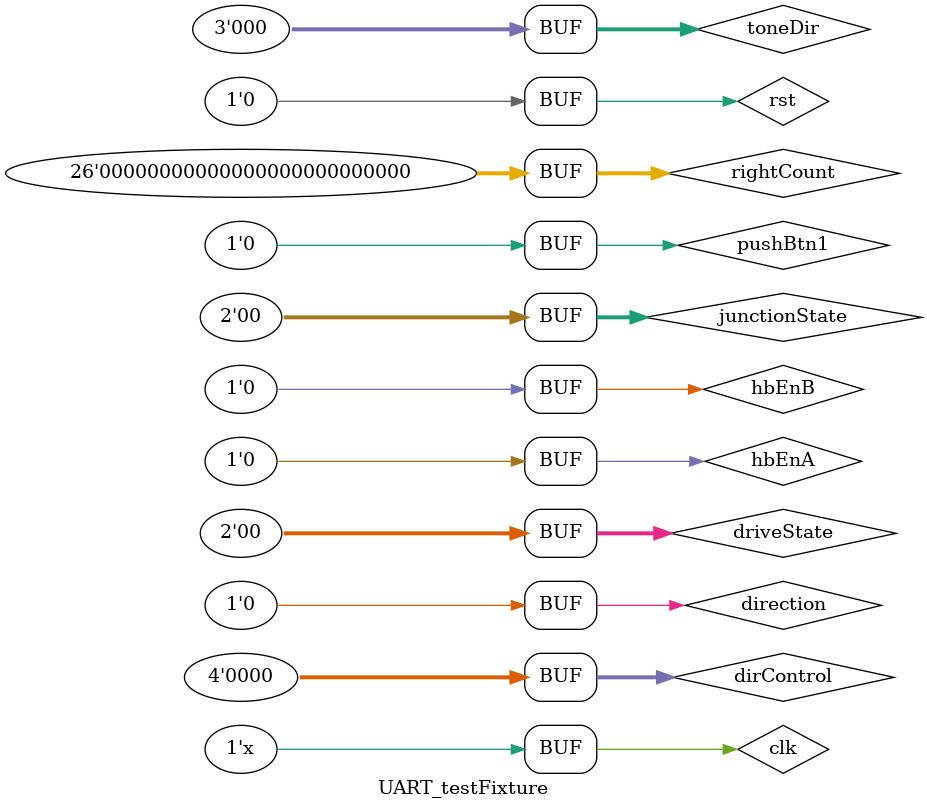
<source format=v>
`timescale 1ns / 1ps


module UART_testFixture;

	// Inputs
	reg rst;
	reg clk;
	reg pushBtn1;
	reg [3:0] dirControl;
	reg direction;
	reg [1:0] driveState;
	reg hbEnA;
	reg hbEnB;
	reg [1:0] junctionState;
	reg [2:0] toneDir;
	reg [25:0] rightCount;

	// Outputs
	wire txData;

	// Instantiate the Unit Under Test (UUT)
	UART uut (
		.rst(rst), 
		.clk(clk), 
		.pushBtn1(pushBtn1), 
		.dirControl(dirControl), 
		.direction(direction), 
		.driveState(driveState), 
		.txData(txData), 
		.hbEnA(hbEnA), 
		.hbEnB(hbEnB), 
		.junctionState(junctionState), 
		.toneDir(toneDir), 
		.rightCount(rightCount)
	);

	initial begin
		// Initialize Inputs
		rst = 0;
		clk = 0;
		pushBtn1 = 0;
		dirControl = 0;
		direction = 0;
		driveState = 0;
		hbEnA = 0;
		hbEnB = 0;
		junctionState = 0;
		toneDir = 0;
		rightCount = 0;

		// Wait 100 ns for global reset to finish
		#100;
        
		// Add stimulus here

	end
	
	always begin
		#20 clk = ~clk;
	end
      
endmodule


</source>
